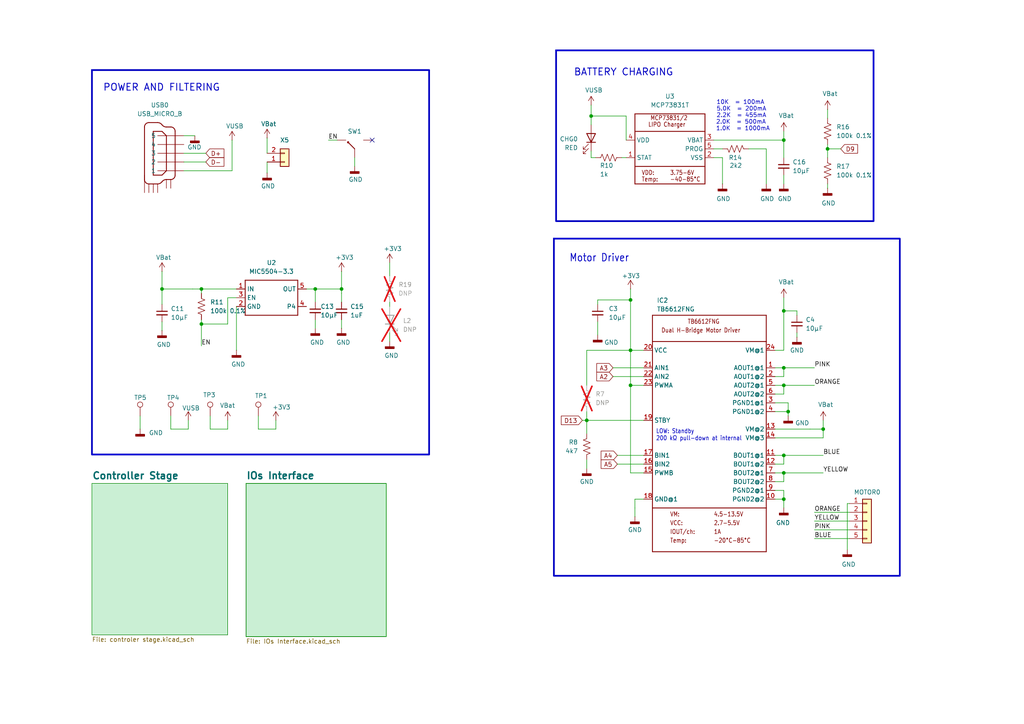
<source format=kicad_sch>
(kicad_sch (version 20250114) (generator "eeschema") (generator_version "9.0")
  (paper "A4")
  (title_block (title "FED3 Control Board") (rev "7.4") (company "Kravitz Lab") (comment 1 "Open Ephys, Inc."))
  (lib_symbols
    (symbol "Connector:TestPoint" (pin_numbers (hide yes)) (pin_names (offset 0.762) (hide yes))
      (property "Reference" "TP" (at 0 6.858 0))
      (property "Value" "TestPoint" (at 0 5.08 0))
      (symbol "TestPoint_0_1"
        (circle (center 0 3.302) (radius 0.762))
      )
      (symbol "TestPoint_1_1"
        (pin passive line (at 0 0 90) (length 2.54) (name "1") (number "1"))
      )
    )
    (symbol "Connector_Generic:Conn_01x02" (pin_names (offset 1.016) (hide yes))
      (property "Reference" "J" (at 0 2.54 0))
      (property "Value" "Conn_01x02" (at 0 -5.08 0))
      (symbol "Conn_01x02_1_1"
        (rectangle (start -1.27 1.27) (end 1.27 -3.81) (stroke (width 0.254)) (fill (type background)))
        (rectangle (start -1.27 0.127) (end 0 -0.127) (stroke (width 0.1524)))
        (rectangle (start -1.27 -2.413) (end 0 -2.667) (stroke (width 0.1524)))
        (pin passive line (at -5.08 0 0) (length 3.81) (name "Pin_1") (number "1"))
        (pin passive line (at -5.08 -2.54 0) (length 3.81) (name "Pin_2") (number "2"))
      )
    )
    (symbol "Connector_Generic:Conn_01x05" (pin_names (offset 1.016) (hide yes))
      (property "Reference" "J" (at 0 7.62 0))
      (property "Value" "Conn_01x05" (at 0 -7.62 0))
      (symbol "Conn_01x05_1_1"
        (rectangle (start -1.27 6.35) (end 1.27 -6.35) (stroke (width 0.254)) (fill (type background)))
        (rectangle (start -1.27 5.207) (end 0 4.953) (stroke (width 0.1524)))
        (rectangle (start -1.27 2.667) (end 0 2.413) (stroke (width 0.1524)))
        (rectangle (start -1.27 0.127) (end 0 -0.127) (stroke (width 0.1524)))
        (rectangle (start -1.27 -2.413) (end 0 -2.667) (stroke (width 0.1524)))
        (rectangle (start -1.27 -4.953) (end 0 -5.207) (stroke (width 0.1524)))
        (pin passive line (at -5.08 5.08 0) (length 3.81) (name "Pin_1") (number "1"))
        (pin passive line (at -5.08 2.54 0) (length 3.81) (name "Pin_2") (number "2"))
        (pin passive line (at -5.08 0 0) (length 3.81) (name "Pin_3") (number "3"))
        (pin passive line (at -5.08 -2.54 0) (length 3.81) (name "Pin_4") (number "4"))
        (pin passive line (at -5.08 -5.08 0) (length 3.81) (name "Pin_5") (number "5"))
      )
    )
    (symbol "Device:C_Small" (pin_numbers (hide yes)) (pin_names (offset 0.254) (hide yes))
      (property "Reference" "C" (at 0.254 1.778 0))
      (property "Value" "C_Small" (at 0.254 -2.032 0))
      (symbol "C_Small_0_1"
        (polyline (pts (xy -1.524 0.508) (xy 1.524 0.508)) (stroke (width 0.3048)))
        (polyline (pts (xy -1.524 -0.508) (xy 1.524 -0.508)) (stroke (width 0.3302)))
      )
      (symbol "C_Small_1_1"
        (pin passive line (at 0 2.54 270) (length 2.032) (name "~") (number "1"))
        (pin passive line (at 0 -2.54 90) (length 2.032) (name "~") (number "2"))
      )
    )
    (symbol "Device:LED" (pin_numbers (hide yes)) (pin_names (offset 1.016) (hide yes))
      (property "Reference" "D" (at 0 2.54 0))
      (property "Value" "LED" (at 0 -2.54 0))
      (symbol "LED_0_1"
        (polyline (pts (xy -3.048 -0.762) (xy -4.572 -2.286) (xy -3.81 -2.286) (xy -4.572 -2.286) (xy -4.572 -1.524)))
        (polyline (pts (xy -1.778 -0.762) (xy -3.302 -2.286) (xy -2.54 -2.286) (xy -3.302 -2.286) (xy -3.302 -1.524)))
        (polyline (pts (xy -1.27 0) (xy 1.27 0)))
        (polyline (pts (xy -1.27 -1.27) (xy -1.27 1.27)) (stroke (width 0.254)))
        (polyline (pts (xy 1.27 -1.27) (xy 1.27 1.27) (xy -1.27 0) (xy 1.27 -1.27)) (stroke (width 0.254)))
      )
      (symbol "LED_1_1"
        (pin passive line (at -3.81 0 0) (length 2.54) (name "K") (number "1"))
        (pin passive line (at 3.81 0 180) (length 2.54) (name "A") (number "2"))
      )
    )
    (symbol "Device:R_US" (pin_numbers (hide yes)) (pin_names (offset 0))
      (property "Reference" "R" (at 2.54 0 90))
      (property "Value" "R_US" (at -2.54 0 90))
      (symbol "R_US_0_1"
        (polyline (pts (xy 0 2.286) (xy 0 2.54)))
        (polyline (pts (xy 0 2.286) (xy 1.016 1.905) (xy 0 1.524) (xy -1.016 1.143) (xy 0 0.762)))
        (polyline (pts (xy 0 0.762) (xy 1.016 0.381) (xy 0 0) (xy -1.016 -0.381) (xy 0 -0.762)))
        (polyline (pts (xy 0 -0.762) (xy 1.016 -1.143) (xy 0 -1.524) (xy -1.016 -1.905) (xy 0 -2.286)))
        (polyline (pts (xy 0 -2.286) (xy 0 -2.54)))
      )
      (symbol "R_US_1_1"
        (pin passive line (at 0 3.81 270) (length 1.27) (name "~") (number "1"))
        (pin passive line (at 0 -3.81 90) (length 1.27) (name "~") (number "2"))
      )
    )
    (symbol "FED3 SymbLib:MCP73831/2"
      (property "Reference" "U" (at -10.16 11.43 0))
      (symbol "MCP73831/2_1_0"
        (polyline (pts (xy -10.16 10.16) (xy -10.16 5.08)) (stroke (width 0.254)))
        (polyline (pts (xy -10.16 10.16) (xy 10.16 10.16)) (stroke (width 0.254)))
        (polyline (pts (xy -10.16 5.08) (xy 10.16 5.08)) (stroke (width 0.254)))
        (polyline (pts (xy -10.16 -5.08) (xy -10.16 5.08)) (stroke (width 0.254)))
        (polyline (pts (xy -10.16 -5.08) (xy -10.16 -10.16)) (stroke (width 0.254)))
        (polyline (pts (xy 10.16 10.16) (xy 10.16 5.08)) (stroke (width 0.254)))
        (polyline (pts (xy 10.16 5.08) (xy 10.16 -5.08)) (stroke (width 0.254)))
        (polyline (pts (xy 10.16 -5.08) (xy -10.16 -5.08)) (stroke (width 0.254)))
        (polyline (pts (xy 10.16 -5.08) (xy 10.16 -10.16)) (stroke (width 0.254)))
        (polyline (pts (xy 10.16 -10.16) (xy -10.16 -10.16)) (stroke (width 0.254)))
        (text "VDD:" (at -8.255 -7.62 0) (effects (font (size 1.27 1.0795)) (justify left bottom)))
        (text "Temp:" (at -8.255 -9.525 0) (effects (font (size 1.27 1.0795)) (justify left bottom)))
        (text "LIPO Charger" (at -6.35 6.35 0) (effects (font (size 1.27 1.0795)) (justify left bottom)))
        (text "MCP73831/2" (at -5.715 8.255 0) (effects (font (size 1.27 1.0795)) (justify left bottom)))
        (text "3.75-6V" (at 0 -7.62 0) (effects (font (size 1.27 1.0795)) (justify left bottom)))
        (text "-40-85°C" (at 0 -9.525 0) (effects (font (size 1.27 1.0795)) (justify left bottom)))
        (pin power_in line (at -12.7 2.54 0) (length 2.54) (name "VDD") (number "4"))
        (pin output line (at -12.7 -2.54 0) (length 2.54) (name "STAT") (number "1"))
        (pin power_in line (at 12.7 2.54 180) (length 2.54) (name "VBAT") (number "3"))
        (pin input line (at 12.7 0 180) (length 2.54) (name "PROG") (number "5"))
        (pin power_in line (at 12.7 -2.54 180) (length 2.54) (name "VSS") (number "2"))
      )
    )
    (symbol "FED3 SymbLib:SSSS811101"
      (symbol "SSSS811101_1_0"
        (circle (center -1.905 -0.635) (radius 0.0567) (stroke (width 0.254)))
        (polyline (pts (xy 0 -2.54) (xy -1.905 -0.635)) (stroke (width 0.254)))
        (pin bidirectional line (at -5.08 0 0) (length 2.54) (name "1") (number "1"))
        (pin bidirectional line (at -5.08 -3.81 90) (length 2.54) (hide yes) (name "SHIELD@1") (number "SHIELD@1"))
        (pin bidirectional line (at -3.81 -3.81 90) (length 2.54) (hide yes) (name "SHIELD@2") (number "SHIELD@2"))
        (pin bidirectional line (at -2.54 -3.81 90) (length 2.54) (hide yes) (name "SHIELD@3") (number "SHIELD@3"))
        (pin bidirectional line (at -1.27 -3.81 90) (length 2.54) (hide yes) (name "SHIELD@4") (number "SHIELD@4"))
        (pin bidirectional line (at 0 -5.08 90) (length 2.54) (name "2") (number "2"))
        (pin bidirectional line (at 5.08 0 180) (length 2.54) (name "3") (number "3"))
      )
    )
    (symbol "FED3 SymbLib:TB6612FNGSSOP"
      (property "Reference" "U" (at -15.24 35.56 0))
      (symbol "TB6612FNGSSOP_1_0"
        (polyline (pts (xy -15.24 33.02) (xy 17.78 33.02)) (stroke (width 0.254)))
        (polyline (pts (xy -15.24 25.4) (xy -15.24 33.02)) (stroke (width 0.254)))
        (polyline (pts (xy -15.24 25.4) (xy 17.78 25.4)) (stroke (width 0.254)))
        (polyline (pts (xy -15.24 -22.86) (xy -15.24 25.4)) (stroke (width 0.254)))
        (polyline (pts (xy -15.24 -22.86) (xy -15.24 -35.56)) (stroke (width 0.254)))
        (polyline (pts (xy -15.24 -35.56) (xy 17.78 -35.56)) (stroke (width 0.254)))
        (polyline (pts (xy 17.78 33.02) (xy 17.78 25.4)) (stroke (width 0.254)))
        (polyline (pts (xy 17.78 25.4) (xy 17.78 -22.86)) (stroke (width 0.254)))
        (polyline (pts (xy 17.78 -22.86) (xy -15.24 -22.86)) (stroke (width 0.254)))
        (polyline (pts (xy 17.78 -35.56) (xy 17.78 -22.86)) (stroke (width 0.254)))
        (text "Dual H-Bridge Motor Driver" (at -12.7 27.94 0) (effects (font (size 1.27 1.0795)) (justify left bottom)))
        (text "VM:" (at -10.16 -25.4 0) (effects (font (size 1.27 1.0795)) (justify left bottom)))
        (text "VCC:" (at -10.16 -27.94 0) (effects (font (size 1.27 1.0795)) (justify left bottom)))
        (text "IOUT/ch:" (at -10.16 -30.48 0) (effects (font (size 1.27 1.0795)) (justify left bottom)))
        (text "Temp:" (at -10.16 -33.02 0) (effects (font (size 1.27 1.0795)) (justify left bottom)))
        (text "TB6612FNG" (at -5.08 30.48 0) (effects (font (size 1.27 1.0795)) (justify left bottom)))
        (text "4.5-13.5V" (at 2.54 -25.4 0) (effects (font (size 1.27 1.0795)) (justify left bottom)))
        (text "2.7-5.5V" (at 2.54 -27.94 0) (effects (font (size 1.27 1.0795)) (justify left bottom)))
        (text "1A" (at 2.54 -30.48 0) (effects (font (size 1.27 1.0795)) (justify left bottom)))
        (text "-20°C-85°C" (at 2.54 -33.02 0) (effects (font (size 1.27 1.0795)) (justify left bottom)))
        (pin power_in line (at -17.78 22.86 0) (length 2.54) (name "VCC") (number "20"))
        (pin input line (at -17.78 17.78 0) (length 2.54) (name "AIN1") (number "21"))
        (pin input line (at -17.78 15.24 0) (length 2.54) (name "AIN2") (number "22"))
        (pin input line (at -17.78 12.7 0) (length 2.54) (name "PWMA") (number "23"))
        (pin input line (at -17.78 2.54 0) (length 2.54) (name "STBY") (number "19"))
        (pin input line (at -17.78 -7.62 0) (length 2.54) (name "BIN1") (number "17"))
        (pin input line (at -17.78 -10.16 0) (length 2.54) (name "BIN2") (number "16"))
        (pin input line (at -17.78 -12.7 0) (length 2.54) (name "PWMB") (number "15"))
        (pin power_in line (at -17.78 -20.32 0) (length 2.54) (name "GND@1") (number "18"))
        (pin power_in line (at 20.32 22.86 180) (length 2.54) (name "VM@1") (number "24"))
        (pin output line (at 20.32 17.78 180) (length 2.54) (name "AOUT1@1") (number "1"))
        (pin output line (at 20.32 15.24 180) (length 2.54) (name "AOUT1@2") (number "2"))
        (pin output line (at 20.32 12.7 180) (length 2.54) (name "AOUT2@1") (number "5"))
        (pin output line (at 20.32 10.16 180) (length 2.54) (name "AOUT2@2") (number "6"))
        (pin power_in line (at 20.32 7.62 180) (length 2.54) (name "PGND1@1") (number "3"))
        (pin power_in line (at 20.32 5.08 180) (length 2.54) (name "PGND1@2") (number "4"))
        (pin power_in line (at 20.32 0 180) (length 2.54) (name "VM@2") (number "13"))
        (pin power_in line (at 20.32 -2.54 180) (length 2.54) (name "VM@3") (number "14"))
        (pin output line (at 20.32 -7.62 180) (length 2.54) (name "BOUT1@1") (number "11"))
        (pin output line (at 20.32 -10.16 180) (length 2.54) (name "BOUT1@2") (number "12"))
        (pin output line (at 20.32 -12.7 180) (length 2.54) (name "BOUT2@1") (number "7"))
        (pin output line (at 20.32 -15.24 180) (length 2.54) (name "BOUT2@2") (number "8"))
        (pin power_in line (at 20.32 -17.78 180) (length 2.54) (name "PGND2@1") (number "9"))
        (pin power_in line (at 20.32 -20.32 180) (length 2.54) (name "PGND2@2") (number "10"))
      )
    )
    (symbol "FED3 SymbLib:USB_MICRO_B"
      (symbol "USB_MICRO_B_1_0"
        (polyline (pts (xy -6.35 7.62) (xy -6.35 -7.62)) (stroke (width 0.254)))
        (polyline (pts (xy -5.08 8.89) (xy -2.54 8.89)) (stroke (width 0.254)))
        (polyline (pts (xy -5.08 -8.89) (xy -2.54 -8.89)) (stroke (width 0.254)))
        (arc (start -6.35 7.62) (mid -5.978 8.518) (end -5.08 8.89) (stroke (width 0.254)))
        (arc (start -5.08 -8.89) (mid -5.978 -8.518) (end -6.35 -7.62) (stroke (width 0.254)))
        (polyline (pts (xy -3.81 6.35) (xy -1.27 6.35)) (stroke (width 0.254)))
        (polyline (pts (xy -3.81 -6.35) (xy -3.81 6.35)) (stroke (width 0.254)))
        (arc (start -2.54 8.89) (mid -1.83 8.7224) (end -1.2699 8.255) (stroke (width 0.254)))
        (arc (start -1.2699 -8.255) (mid -1.83 -8.7224) (end -2.54 -8.89) (stroke (width 0.254)))
        (polyline (pts (xy -1.27 6.35) (xy 0 5.08)) (stroke (width 0.254)))
        (polyline (pts (xy -1.27 -6.35) (xy -3.81 -6.35)) (stroke (width 0.254)))
        (arc (start 0 7.62) (mid -0.71 7.7876) (end -1.27 8.255) (stroke (width 0.254)))
        (arc (start -1.27 -8.255) (mid -0.71 -7.7876) (end 0 -7.62) (stroke (width 0.254)))
        (polyline (pts (xy 0 7.62) (xy 1.27 7.62)) (stroke (width 0.254)))
        (polyline (pts (xy 0 5.08) (xy 0 -5.08)) (stroke (width 0.254)))
        (polyline (pts (xy 0 -5.08) (xy -1.27 -6.35)) (stroke (width 0.254)))
        (polyline (pts (xy 0 -7.62) (xy 1.27 -7.62)) (stroke (width 0.254)))
        (arc (start 1.27 7.62) (mid 2.168 7.248) (end 2.54 6.35) (stroke (width 0.254)))
        (arc (start 2.54 -6.35) (mid 2.168 -7.248) (end 1.27 -7.62) (stroke (width 0.254)))
        (polyline (pts (xy 2.54 -6.35) (xy 2.54 6.35)) (stroke (width 0.254)))
        (pin bidirectional line (at -6.35 -11.43 90) (length 5.08) (name "P$4") (number "SHIELD_4"))
        (pin bidirectional line (at -5.08 -11.43 90) (length 2.54) (name "P$3") (number "SHIELD_2"))
        (pin bidirectional line (at -3.81 -11.43 90) (length 2.54) (name "P$2") (number "SHIELD_1"))
        (pin bidirectional line (at -2.54 -11.43 90) (length 2.54) (name "P$1") (number "SHIELD_3"))
        (pin bidirectional line (at 0 -10.16 90) (length 2.54) (name "P$6") (number "P$7"))
        (pin bidirectional line (at 1.27 -10.16 90) (length 2.54) (name "P$5") (number "P$6"))
        (pin bidirectional line (at 5.08 5.08 180) (length 7.62) (name "5") (number "P$5"))
        (pin bidirectional line (at 5.08 2.54 180) (length 7.62) (name "4") (number "P$4"))
        (pin bidirectional line (at 5.08 0 180) (length 7.62) (name "3") (number "P$3"))
        (pin bidirectional line (at 5.08 -2.54 180) (length 7.62) (name "2") (number "P$2"))
        (pin bidirectional line (at 5.08 -5.08 180) (length 7.62) (name "1") (number "P$1"))
      )
    )
    (symbol "FED3 SymbLib:VREG_SOT23-5"
      (property "Reference" "U" (at -7.62 6.096 0))
      (symbol "VREG_SOT23-5_1_0"
        (polyline (pts (xy -7.62 5.08) (xy 7.62 5.08)) (stroke (width 0.254)))
        (polyline (pts (xy -7.62 -5.08) (xy -7.62 5.08)) (stroke (width 0.254)))
        (polyline (pts (xy 7.62 5.08) (xy 7.62 -5.08)) (stroke (width 0.254)))
        (polyline (pts (xy 7.62 -5.08) (xy -7.62 -5.08)) (stroke (width 0.254)))
        (pin power_in line (at -10.16 2.54 0) (length 2.54) (name "IN") (number "1"))
        (pin input line (at -10.16 0 0) (length 2.54) (name "EN") (number "3"))
        (pin power_in line (at -10.16 -2.54 0) (length 2.54) (name "GND") (number "2"))
        (pin power_in line (at 10.16 2.54 180) (length 2.54) (name "OUT") (number "5"))
        (pin bidirectional line (at 10.16 -2.54 180) (length 2.54) (name "P4") (number "4"))
      )
    )
    (symbol "FED3 SymbLib:VUSB" (power) (pin_numbers (hide yes)) (pin_names (offset 0) (hide yes))
      (property "Value" "VUSB" (at 0 3.556 0))
      (symbol "VUSB_0_1"
        (polyline (pts (xy -0.762 1.27) (xy 0 2.54)))
        (polyline (pts (xy 0 2.54) (xy 0.762 1.27)))
        (polyline (pts (xy 0 0) (xy 0 2.54)))
      )
      (symbol "VUSB_1_1"
        (pin power_in line (at 0 0 90) (length 0) (name "~") (number "1"))
      )
    )
    (symbol "FED3 SymbLib:V_Batt" (power) (pin_numbers (hide yes)) (pin_names (offset 0) (hide yes))
      (property "Value" "V_Batt" (at 0 3.556 0))
      (symbol "V_Batt_0_1"
        (polyline (pts (xy -0.762 1.27) (xy 0 2.54)))
        (polyline (pts (xy 0 2.54) (xy 0.762 1.27)))
        (polyline (pts (xy 0 0) (xy 0 2.54)))
      )
      (symbol "V_Batt_1_1"
        (pin power_in line (at 0 0 90) (length 0) (name "~") (number "1"))
      )
    )
    (symbol "FED3_v7.3 SymLib:VUSB" (power) (pin_numbers (hide yes)) (pin_names (offset 0) (hide yes))
      (property "Value" "VUSB" (at 0 3.556 0))
      (symbol "VUSB_0_1"
        (polyline (pts (xy -0.762 1.27) (xy 0 2.54)))
        (polyline (pts (xy 0 2.54) (xy 0.762 1.27)))
        (polyline (pts (xy 0 0) (xy 0 2.54)))
      )
      (symbol "VUSB_1_1"
        (pin power_in line (at 0 0 90) (length 0) (name "~") (number "1"))
      )
    )
    (symbol "power:+3V3" (power) (pin_numbers (hide yes)) (pin_names (offset 0) (hide yes))
      (property "Value" "+3V3" (at 0 3.556 0))
      (symbol "+3V3_0_1"
        (polyline (pts (xy -0.762 1.27) (xy 0 2.54)))
        (polyline (pts (xy 0 2.54) (xy 0.762 1.27)))
        (polyline (pts (xy 0 0) (xy 0 2.54)))
      )
      (symbol "+3V3_1_1"
        (pin power_in line (at 0 0 90) (length 0) (name "~") (number "1"))
      )
    )
    (symbol "power:GNDD" (power) (pin_numbers (hide yes)) (pin_names (offset 0) (hide yes))
      (property "Value" "GNDD" (at 0 -3.175 0))
      (symbol "GNDD_0_1"
        (rectangle (start -1.27 -1.524) (end 1.27 -2.032) (stroke (width 0.254)) (fill (type outline)))
        (polyline (pts (xy 0 0) (xy 0 -1.524)))
      )
      (symbol "GNDD_1_1"
        (pin power_in line (at 0 0 270) (length 0) (name "~") (number "1"))
      )
    )
  )
  (rectangle (start 161.29 14.605) (end 253.365 64.135) (stroke (width 0.5)))
  (rectangle (start 160.655 69.215) (end 260.985 167.005) (stroke (width 0.5)))
  (rectangle (start 26.67 20.32) (end 124.46 131.826) (stroke (width 0.5)))
  (text "Motor Driver" (at 165.1 76.2 0) (effects (font (size 2.1844 1.8567) (thickness 0.2321)) (justify left bottom)))
  (text "POWER AND FILTERING" (at 29.845 26.67 0) (effects (font (size 2 2) (thickness 0.25)) (justify left bottom)))
  (text "5.0K  = 200mA" (at 207.772 32.385 0) (effects (font (size 1.2 1.2)) (justify left bottom)))
  (text "BATTERY CHARGING" (at 166.37 22.225 0) (effects (font (size 2 2) (thickness 0.25)) (justify left bottom)))
  (text "2.0K  = 500mA" (at 207.645 36.195 0) (effects (font (size 1.2 1.2)) (justify left bottom)))
  (text "2.2K  = 455mA" (at 207.772 34.29 0) (effects (font (size 1.2 1.2)) (justify left bottom)))
  (text "1.0K  = 1000mA" (at 207.645 38.1 0) (effects (font (size 1.2 1.2)) (justify left bottom)))
  (text "10K  = 100mA" (at 207.772 30.48 0) (effects (font (size 1.2 1.2)) (justify left bottom)))
  (text "LOW: Standby\n200 kΩ pull-down at internal" (at 190.246 128.016 0) (effects (font (size 1.27 1.0795)) (justify left bottom)))
  (junction (at 227.33 137.16))
  (junction (at 58.42 93.98))
  (junction (at 240.03 43.18))
  (junction (at 170.18 121.92))
  (junction (at 227.33 40.64))
  (junction (at 228.6 119.38))
  (junction (at 182.88 111.76))
  (junction (at 227.33 106.68))
  (junction (at 227.33 111.76))
  (junction (at 99.06 83.82))
  (junction (at 46.99 83.82))
  (junction (at 91.44 83.82))
  (junction (at 58.42 83.82))
  (junction (at 238.76 124.46))
  (junction (at 182.88 86.995))
  (junction (at 182.88 101.6))
  (junction (at 227.33 132.08))
  (junction (at 227.33 144.78))
  (junction (at 227.33 90.17))
  (junction (at 171.45 33.655))
  (no_connect (at 107.95 40.64))
  (wire (pts (xy 224.79 124.46) (xy 234.95 124.46)) (stroke (width 0.1524)))
  (wire (pts (xy 228.6 116.84) (xy 228.6 119.38)) (stroke (width 0.1524)))
  (wire (pts (xy 171.45 33.655) (xy 181.61 33.655)) (stroke (width 0.1524)))
  (wire (pts (xy 224.79 114.3) (xy 227.33 114.3)) (stroke (width 0.1524)))
  (wire (pts (xy 77.47 50.165) (xy 77.47 46.99)) (stroke (width 0.1524)))
  (wire (pts (xy 58.42 83.82) (xy 68.58 83.82)) (stroke (width 0.1524)))
  (wire (pts (xy 224.79 127) (xy 238.76 127)) (stroke (width 0.1524)))
  (wire (pts (xy 60.96 120.65) (xy 60.96 124.46)))
  (wire (pts (xy 60.96 124.46) (xy 66.04 124.46)))
  (wire (pts (xy 184.15 147.32) (xy 184.15 149.86)))
  (wire (pts (xy 182.88 86.995) (xy 182.88 83.82)) (stroke (width 0.1524)))
  (wire (pts (xy 80.01 124.46) (xy 80.01 121.92)))
  (wire (pts (xy 97.79 40.64) (xy 95.25 40.64)) (stroke (width 0.1524)))
  (wire (pts (xy 102.87 45.72) (xy 102.87 48.26)) (stroke (width 0.1524)))
  (wire (pts (xy 224.79 109.22) (xy 227.33 109.22)) (stroke (width 0.1524)))
  (wire (pts (xy 46.99 93.345) (xy 46.99 95.885)) (stroke (width 0.1524)))
  (wire (pts (xy 227.33 40.64) (xy 227.33 45.72)) (stroke (width 0.1524)))
  (wire (pts (xy 171.45 36.195) (xy 171.45 33.655)) (stroke (width 0.1524)))
  (wire (pts (xy 231.14 91.44) (xy 231.14 90.17)) (stroke (width 0.1524)))
  (wire (pts (xy 246.38 153.67) (xy 236.22 153.67)) (stroke (width 0.1524)))
  (wire (pts (xy 91.44 83.82) (xy 99.06 83.82)) (stroke (width 0.1524)))
  (wire (pts (xy 58.42 85.09) (xy 58.42 83.82)))
  (wire (pts (xy 227.33 106.68) (xy 236.22 106.68)) (stroke (width 0.1524)))
  (wire (pts (xy 209.55 45.72) (xy 209.55 53.34)) (stroke (width 0.1524)))
  (wire (pts (xy 227.33 132.08) (xy 238.76 132.08)) (stroke (width 0.1524)))
  (wire (pts (xy 227.33 139.7) (xy 227.33 137.16)) (stroke (width 0.1524)))
  (wire (pts (xy 91.44 92.71) (xy 91.44 95.25)) (stroke (width 0.1524)))
  (wire (pts (xy 227.33 38.1) (xy 227.33 40.64)))
  (wire (pts (xy 186.69 132.08) (xy 179.07 132.08)) (stroke (width 0.1524)))
  (wire (pts (xy 182.88 111.76) (xy 182.88 137.16)) (stroke (width 0.1524)))
  (wire (pts (xy 55.88 83.82) (xy 58.42 83.82)))
  (wire (pts (xy 170.18 133.35) (xy 170.18 135.89)) (stroke (width 0.1524)))
  (wire (pts (xy 238.76 121.92) (xy 238.76 124.46)))
  (wire (pts (xy 40.64 120.65) (xy 40.64 124.46)))
  (wire (pts (xy 207.01 45.72) (xy 209.55 45.72)) (stroke (width 0.1524)))
  (wire (pts (xy 227.33 90.17) (xy 227.33 101.6)) (stroke (width 0.1524)))
  (wire (pts (xy 59.69 44.45) (xy 53.34 44.45)))
  (wire (pts (xy 91.44 85.09) (xy 91.44 83.82)) (stroke (width 0.1524)))
  (wire (pts (xy 227.33 144.78) (xy 227.33 147.32)) (stroke (width 0.1524)))
  (wire (pts (xy 240.03 53.34) (xy 240.03 54.61)))
  (wire (pts (xy 99.06 83.82) (xy 99.06 85.09)) (stroke (width 0.1524)))
  (wire (pts (xy 238.76 124.46) (xy 238.76 127)))
  (wire (pts (xy 168.91 121.92) (xy 170.18 121.92)) (stroke (width 0.1524)))
  (wire (pts (xy 186.69 111.76) (xy 182.88 111.76)) (stroke (width 0.1524)))
  (wire (pts (xy 227.33 90.17) (xy 231.14 90.17)) (stroke (width 0.1524)))
  (wire (pts (xy 173.355 88.265) (xy 173.355 86.995)) (stroke (width 0.1524)))
  (wire (pts (xy 224.79 106.68) (xy 227.33 106.68)) (stroke (width 0.1524)))
  (wire (pts (xy 171.45 43.815) (xy 171.45 45.72)) (stroke (width 0.1524)))
  (wire (pts (xy 99.06 85.09) (xy 99.06 87.63)))
  (wire (pts (xy 222.25 43.18) (xy 222.25 53.34)))
  (wire (pts (xy 173.355 86.995) (xy 182.88 86.995)) (stroke (width 0.1524)))
  (wire (pts (xy 74.93 120.65) (xy 74.93 124.46)))
  (wire (pts (xy 246.38 156.21) (xy 236.22 156.21)) (stroke (width 0.1524)))
  (wire (pts (xy 224.79 119.38) (xy 228.6 119.38)) (stroke (width 0.1524)))
  (wire (pts (xy 228.6 119.38) (xy 228.6 120.65)) (stroke (width 0.1524)))
  (wire (pts (xy 99.06 92.71) (xy 99.06 95.25)) (stroke (width 0.1524)))
  (wire (pts (xy 170.18 119.38) (xy 170.18 121.92)) (stroke (width 0.1524)))
  (wire (pts (xy 113.03 76.2) (xy 113.03 80.01)) (stroke (width 0.1524)))
  (wire (pts (xy 227.33 40.64) (xy 207.01 40.64)) (stroke (width 0.1524)))
  (wire (pts (xy 243.84 43.18) (xy 240.03 43.18)))
  (wire (pts (xy 246.38 151.13) (xy 236.22 151.13)) (stroke (width 0.1524)))
  (wire (pts (xy 224.79 137.16) (xy 227.33 137.16)) (stroke (width 0.1524)))
  (wire (pts (xy 227.33 111.76) (xy 227.33 114.3)) (stroke (width 0.1524)))
  (wire (pts (xy 246.38 146.05) (xy 245.745 146.05)) (stroke (width 0.1524)))
  (wire (pts (xy 91.44 85.09) (xy 91.44 87.63)))
  (wire (pts (xy 177.8 109.22) (xy 186.69 109.22)) (stroke (width 0.1524)))
  (wire (pts (xy 186.69 134.62) (xy 179.07 134.62)) (stroke (width 0.1524)))
  (wire (pts (xy 74.93 124.46) (xy 80.01 124.46)))
  (wire (pts (xy 67.31 40.64) (xy 67.31 49.53)) (stroke (width 0.1524)))
  (wire (pts (xy 227.33 86.36) (xy 227.33 90.17)) (stroke (width 0.1524)))
  (wire (pts (xy 66.04 124.46) (xy 66.04 121.92)))
  (wire (pts (xy 170.18 101.6) (xy 182.88 101.6)) (stroke (width 0.1524)))
  (wire (pts (xy 224.79 139.7) (xy 227.33 139.7)) (stroke (width 0.1524)))
  (wire (pts (xy 224.79 142.24) (xy 227.33 142.24)) (stroke (width 0.1524)))
  (wire (pts (xy 58.42 92.71) (xy 58.42 93.98)) (stroke (width 0.1524)))
  (wire (pts (xy 180.34 45.72) (xy 181.61 45.72)) (stroke (width 0.1524)))
  (wire (pts (xy 224.79 144.78) (xy 227.33 144.78)) (stroke (width 0.1524)))
  (wire (pts (xy 231.14 96.52) (xy 231.14 97.79)))
  (wire (pts (xy 59.69 46.99) (xy 53.34 46.99)))
  (wire (pts (xy 238.76 124.46) (xy 234.95 124.46)))
  (wire (pts (xy 227.33 142.24) (xy 227.33 144.78)) (stroke (width 0.1524)))
  (wire (pts (xy 99.06 83.82) (xy 99.06 78.74)) (stroke (width 0.1524)))
  (wire (pts (xy 171.45 30.48) (xy 171.45 33.655)) (stroke (width 0.1524)))
  (wire (pts (xy 227.33 111.76) (xy 236.22 111.76)) (stroke (width 0.1524)))
  (wire (pts (xy 77.47 40.005) (xy 77.47 44.45)) (stroke (width 0.1524)))
  (wire (pts (xy 170.18 121.92) (xy 170.18 125.73)) (stroke (width 0.1524)))
  (wire (pts (xy 224.79 132.08) (xy 227.33 132.08)) (stroke (width 0.1524)))
  (wire (pts (xy 66.04 93.98) (xy 66.04 86.36)) (stroke (width 0.1524)))
  (wire (pts (xy 186.69 101.6) (xy 182.88 101.6)) (stroke (width 0.1524)))
  (wire (pts (xy 68.58 88.9) (xy 68.58 101.6)) (stroke (width 0.1524)))
  (wire (pts (xy 227.33 101.6) (xy 224.79 101.6)))
  (wire (pts (xy 170.18 121.92) (xy 186.69 121.92)) (stroke (width 0.1524)))
  (wire (pts (xy 224.79 134.62) (xy 227.33 134.62)) (stroke (width 0.1524)))
  (wire (pts (xy 228.6 116.84) (xy 224.79 116.84)) (stroke (width 0.1524)))
  (wire (pts (xy 224.79 111.76) (xy 227.33 111.76)) (stroke (width 0.1524)))
  (wire (pts (xy 182.88 101.6) (xy 182.88 111.76)) (stroke (width 0.1524)))
  (wire (pts (xy 58.42 93.98) (xy 66.04 93.98)) (stroke (width 0.1524)))
  (wire (pts (xy 54.61 124.46) (xy 54.61 121.92)))
  (wire (pts (xy 227.33 106.68) (xy 227.33 109.22)) (stroke (width 0.1524)))
  (wire (pts (xy 182.88 101.6) (xy 182.88 86.995)) (stroke (width 0.1524)))
  (wire (pts (xy 173.355 93.345) (xy 173.355 97.155)) (stroke (width 0.1524)))
  (wire (pts (xy 49.53 120.65) (xy 49.53 124.46)))
  (wire (pts (xy 46.99 83.82) (xy 46.99 88.265)) (stroke (width 0.1524)))
  (wire (pts (xy 246.38 148.59) (xy 236.22 148.59)) (stroke (width 0.1524)))
  (wire (pts (xy 177.8 106.68) (xy 186.69 106.68)) (stroke (width 0.1524)))
  (wire (pts (xy 227.33 134.62) (xy 227.33 132.08)) (stroke (width 0.1524)))
  (wire (pts (xy 240.03 43.18) (xy 240.03 41.91)))
  (wire (pts (xy 240.03 31.75) (xy 240.03 34.29)))
  (wire (pts (xy 66.04 86.36) (xy 68.58 86.36)) (stroke (width 0.1524)))
  (wire (pts (xy 46.99 78.74) (xy 46.99 83.82)) (stroke (width 0.1524)))
  (wire (pts (xy 67.31 49.53) (xy 53.34 49.53)) (stroke (width 0.1524)))
  (wire (pts (xy 171.45 45.72) (xy 172.72 45.72)) (stroke (width 0.1524)))
  (wire (pts (xy 222.25 43.18) (xy 217.17 43.18)))
  (wire (pts (xy 181.61 33.655) (xy 181.61 40.64)) (stroke (width 0.1524)))
  (wire (pts (xy 186.69 137.16) (xy 182.88 137.16)) (stroke (width 0.1524)))
  (wire (pts (xy 56.515 39.37) (xy 53.34 39.37)) (stroke (width 0.1524)))
  (wire (pts (xy 186.69 144.78) (xy 184.15 144.78)) (stroke (width 0.1524)))
  (wire (pts (xy 88.9 83.82) (xy 91.44 83.82)) (stroke (width 0.1524)))
  (wire (pts (xy 46.99 83.82) (xy 55.88 83.82)) (stroke (width 0.1524)))
  (wire (pts (xy 184.15 144.78) (xy 184.15 147.32)) (stroke (width 0.1524)))
  (wire (pts (xy 170.18 101.6) (xy 170.18 111.76)) (stroke (width 0.1524)))
  (wire (pts (xy 207.01 43.18) (xy 209.55 43.18)) (stroke (width 0.1524)))
  (wire (pts (xy 227.33 137.16) (xy 238.76 137.16)) (stroke (width 0.1524)))
  (wire (pts (xy 240.03 43.18) (xy 240.03 45.72)))
  (wire (pts (xy 58.42 93.98) (xy 58.42 100.33)) (stroke (width 0.1524)))
  (wire (pts (xy 113.03 87.63) (xy 113.03 88.9)) (stroke (width 0.1524)))
  (wire (pts (xy 245.745 146.05) (xy 245.745 159.385)))
  (wire (pts (xy 227.33 50.8) (xy 227.33 53.34)))
  (wire (pts (xy 49.53 124.46) (xy 54.61 124.46)))
  (wire (pts (xy 113.03 96.52) (xy 113.03 99.06)) (stroke (width 0.1524)))
  (label "ORANGE" (at 236.22 111.76 0))
  (label "BLUE" (at 238.76 132.08 0))
  (label "EN" (at 95.25 40.64 0) (effects (font (thickness 0.1588))))
  (label "ORANGE" (at 236.22 148.59 0))
  (label "EN" (at 58.42 100.33 0) (effects (font (thickness 0.1588))))
  (label "YELLOW" (at 238.76 137.16 0))
  (label "YELLOW" (at 236.22 151.13 0))
  (label "BLUE" (at 236.22 156.21 0))
  (label "PINK" (at 236.22 106.68 0))
  (label "PINK" (at 236.22 153.67 0))
  (global_label "A4" (shape input) (at 179.07 132.08 180) (property "Intersheetrefs" "${INTERSHEET_REFS}" (effects (hide yes))))
  (global_label "A3" (shape input) (at 177.8 106.68 180) (property "Intersheetrefs" "${INTERSHEET_REFS}" (effects (hide yes))))
  (global_label "D+" (shape input) (at 59.69 44.45 0) (property "Intersheetrefs" "${INTERSHEET_REFS}" (effects (hide yes))))
  (global_label "A2" (shape input) (at 177.8 109.22 180) (property "Intersheetrefs" "${INTERSHEET_REFS}" (effects (hide yes))))
  (global_label "D13" (shape input) (at 168.91 121.92 180) (property "Intersheetrefs" "${INTERSHEET_REFS}" (effects (hide yes))))
  (global_label "D-" (shape input) (at 59.69 46.99 0) (property "Intersheetrefs" "${INTERSHEET_REFS}" (effects (hide yes))))
  (global_label "D9" (shape input) (at 243.84 43.18 0) (property "Intersheetrefs" "${INTERSHEET_REFS}" (effects (hide yes))))
  (global_label "A5" (shape input) (at 179.07 134.62 180) (property "Intersheetrefs" "${INTERSHEET_REFS}" (effects (hide yes))))
  (symbol (lib_id "FED3 SymbLib:USB_MICRO_B") (at 48.26 44.45 0) (unit 1)
    (property "Reference" "USB0" (at 46.355 30.48 0))
    (property "Value" "USB_MICRO_B" (at 46.355 33.02 0))
    (property "Footprint" "FED3_PCBLib:ZX62D-B-5P8" (effects (hide yes)))
    (property "Description" "USB 2.0 MICRO B R/A  DigiKey H125718CT-ND" (effects (hide yes)))
    (property "OEPSPN" "OEPS070117" (effects (hide yes)))
    (property "MPN" "ZX62D-B-5PA8(30)" (effects (hide yes)))
  )
  (symbol (lib_id "power:+3V3") (at 182.88 83.82 0) (mirror y) (unit 1)
    (property "Reference" "#+3V06" (effects (hide yes)))
    (property "Value" "+3V3" (at 180.34 80.01 0) (effects (justify right)))
  )
  (symbol (lib_id "Device:R_US") (at 58.42 88.9 0) (unit 1)
    (property "Reference" "R11" (at 60.96 87.6299 0) (effects (justify left)))
    (property "Value" "100k 0.1%" (at 60.96 90.1699 0) (effects (font (thickness 0.1588)) (justify left)))
    (property "Footprint" "Resistor_SMD:R_0402_1005Metric" (effects (hide yes)))
    (property "Description" "SMD 0402 100kΩ ±0.1% 0.063W" (effects (hide yes)))
    (property "OEPSPN" "OEPS020175" (effects (hide yes)))
    (property "MPN" "RG1005P-104-B-T5" (effects (hide yes)))
  )
  (symbol (lib_id "FED3 SymbLib:V_Batt") (at 227.33 38.1 0) (unit 1)
    (property "Reference" "#PWR059" (effects (hide yes)))
    (property "Value" "VBat" (at 225.806 33.528 0) (effects (justify left)))
    (property "Description" "Power symbol creates a global label with name \"V_Batt\"" (effects (hide yes)))
  )
  (symbol (lib_id "power:+3V3") (at 99.06 78.74 0) (mirror y) (unit 1)
    (property "Reference" "#+3V02" (effects (hide yes)))
    (property "Value" "+3V3" (at 97.282 74.676 0) (effects (justify right)))
  )
  (symbol (lib_id "FED3 SymbLib:V_Batt") (at 77.47 40.005 0) (unit 1)
    (property "Reference" "#PWR05" (effects (hide yes)))
    (property "Value" "VBat" (at 75.692 35.941 0) (effects (justify left)))
    (property "Description" "Power symbol creates a global label with name \"V_Batt\"" (effects (hide yes)))
  )
  (symbol (lib_id "Connector_Generic:Conn_01x02") (at 82.55 46.99 0) (mirror x) (unit 1)
    (property "Reference" "X5" (at 82.55 40.64 0))
    (property "Value" "JST-XH-02" (effects (hide yes)))
    (property "Footprint" "FED3_PCBLib:JST-XH-02-PACKAGE-ROUND-PAD" (effects (hide yes)))
    (property "Description" "Generic connector, single row, 01x02" (effects (hide yes)))
    (property "OEPSPN" "OEPS070028" (effects (hide yes)))
    (property "MPN" "B2B-XH-A(LF)(SN)" (effects (hide yes)))
  )
  (symbol (lib_id "power:GNDD") (at 40.64 124.46 0) (unit 1)
    (property "Reference" "#PWR067" (effects (hide yes)))
    (property "Value" "GND" (at 43.18 125.5394 0) (effects (justify left)))
    (property "Description" "Power symbol creates a global label with name \"GNDD\" , digital ground" (effects (hide yes)))
  )
  (symbol (lib_id "power:GNDD") (at 245.745 159.385 0) (mirror y) (unit 1)
    (property "Reference" "#PWR051" (effects (hide yes)))
    (property "Value" "GND" (at 244.094 163.703 0) (effects (justify right)))
    (property "Description" "Power symbol creates a global label with name \"GNDD\" , digital ground" (effects (hide yes)))
  )
  (symbol (lib_id "power:GNDD") (at 231.14 97.79 0) (mirror y) (unit 1)
    (property "Reference" "#PWR014" (effects (hide yes)))
    (property "Value" "GND" (at 229.108 101.6 0) (effects (justify right)))
    (property "Description" "Power symbol creates a global label with name \"GNDD\" , digital ground" (effects (hide yes)))
  )
  (symbol (lib_id "FED3 SymbLib:VUSB") (at 67.31 40.64 0) (unit 1)
    (property "Reference" "#PWR03" (effects (hide yes)))
    (property "Value" "VUSB" (at 65.532 36.576 0) (effects (justify left)))
    (property "Description" "Power symbol creates a global label with name \"VUSB\"" (effects (hide yes)))
  )
  (symbol (lib_id "Device:C_Small") (at 91.44 90.17 0) (unit 1)
    (property "Reference" "C13" (at 92.964 88.9 0) (effects (justify left)))
    (property "Value" "10µF" (at 92.964 91.44 0) (effects (justify left)))
    (property "Footprint" "Capacitor_SMD:C_0402_1005Metric" (effects (hide yes)))
    (property "Description" "Unpolarized capacitor, small symbol" (effects (hide yes)))
    (property "OEPSPN" "OEPS010038" (effects (hide yes)))
    (property "MPN" "CL05A106MP5NUNC" (effects (hide yes)))
  )
  (symbol (lib_id "FED3 SymbLib:VREG_SOT23-5") (at 78.74 86.36 0) (unit 1)
    (property "Reference" "U2" (at 78.74 76.2 0))
    (property "Value" "MIC5504-3.3" (at 78.74 78.74 0))
    (property "Footprint" "Package_TO_SOT_SMD:SOT-23-5" (effects (hide yes)))
    (property "Description" "LDO 3.3V 300mA" (effects (hide yes)))
    (property "OEPSPN" "OEPS080052" (effects (hide yes)))
    (property "MPN" "MIC5504-3.3YM5-TR" (effects (hide yes)))
  )
  (symbol (lib_id "power:GNDD") (at 170.18 135.89 0) (unit 1)
    (property "Reference" "#PWR019" (effects (hide yes)))
    (property "Value" "GND" (at 168.148 139.7 0) (effects (justify left)))
    (property "Description" "Power symbol creates a global label with name \"GNDD\" , digital ground" (effects (hide yes)))
  )
  (symbol (lib_id "Device:C_Small") (at 99.06 90.17 0) (unit 1)
    (property "Reference" "C15" (at 101.6 88.9062 0) (effects (justify left)))
    (property "Value" "1uF" (at 101.6 91.4462 0) (effects (justify left)))
    (property "Footprint" "Capacitor_SMD:C_0402_1005Metric" (effects (hide yes)))
    (property "Description" "SMD CER 0402 1uF 25V ±10% X5R" (effects (hide yes)))
    (property "OEPSPN" "OEPS010030" (effects (hide yes)))
    (property "MPN" "C1005X5R1E105K050BC" (effects (hide yes)))
  )
  (symbol (lib_id "Device:R_US") (at 213.36 43.18 270) (mirror x) (unit 1)
    (property "Reference" "R14" (at 211.328 45.72 90) (effects (justify left)))
    (property "Value" "2k2" (at 211.582 48.006 90) (effects (justify left)))
    (property "Footprint" "Resistor_SMD:R_0402_1005Metric" (effects (hide yes)))
    (property "Description" "SMD 0402 2.2kΩ ±1% 0.100W" (effects (hide yes)))
    (property "OEPSPN" "OEPS020174" (effects (hide yes)))
    (property "MPN" "ERJ-2RKF2201X" (effects (hide yes)))
  )
  (symbol (lib_id "Device:LED") (at 113.03 92.71 90) (unit 1) (dnp yes)
    (property "Reference" "L2" (at 116.84 93.0274 90) (effects (justify right)))
    (property "Value" "DNP" (at 116.84 95.5674 90) (effects (justify right)))
    (property "Footprint" "LED_SMD:LED_0603_1608Metric" (effects (hide yes)))
    (property "Datasheet" "LED 0603 Red 635nm 20mA" (effects (hide yes)))
    (property "Description" "Light emitting diode" (effects (hide yes)))
    (property "OEPSPN" "n.a." (effects (hide yes)))
    (property "MPN" "n.a." (effects (hide yes)))
  )
  (symbol (lib_id "power:GNDD") (at 68.58 101.6 0) (unit 1)
    (property "Reference" "#PWR0103" (effects (hide yes)))
    (property "Value" "GND" (at 67.056 105.664 0) (effects (justify left)))
    (property "Description" "Power symbol creates a global label with name \"GNDD\" , digital ground" (effects (hide yes)))
  )
  (symbol (lib_id "FED3 SymbLib:VUSB") (at 171.45 30.48 0) (unit 1)
    (property "Reference" "#PWR02" (effects (hide yes)))
    (property "Value" "VUSB" (at 169.672 26.162 0) (effects (justify left)))
    (property "Description" "Power symbol creates a global label with name \"VUSB\"" (effects (hide yes)))
  )
  (symbol (lib_id "power:GNDD") (at 56.515 39.37 0) (unit 1)
    (property "Reference" "#PWR0104" (effects (hide yes)))
    (property "Value" "GND" (at 54.356 42.672 0) (effects (justify left)))
    (property "Description" "Power symbol creates a global label with name \"GNDD\" , digital ground" (effects (hide yes)))
  )
  (symbol (lib_id "power:GNDD") (at 222.25 53.34 0) (unit 1)
    (property "Reference" "#PWR023" (effects (hide yes)))
    (property "Value" "GND" (at 220.472 57.658 0) (effects (justify left)))
    (property "Description" "Power symbol creates a global label with name \"GNDD\" , digital ground" (effects (hide yes)))
  )
  (symbol (lib_id "Connector:TestPoint") (at 40.64 120.65 0) (unit 1) (in_bom no)
    (property "Reference" "TP5" (at 38.862 115.316 0) (effects (justify left)))
    (property "Value" "GND" (effects (hide yes)))
    (property "Footprint" "TestPoint:TestPoint_THTPad_2.0x2.0mm_Drill1.0mm" (effects (hide yes)))
    (property "Description" "test point" (effects (hide yes)))
  )
  (symbol (lib_id "FED3 SymbLib:V_Batt") (at 66.04 121.92 0) (unit 1)
    (property "Reference" "#PWR065" (effects (hide yes)))
    (property "Value" "VBat" (at 63.754 117.602 0) (effects (justify left)))
    (property "Description" "Power symbol creates a global label with name \"V_Batt\"" (effects (hide yes)))
  )
  (symbol (lib_id "Device:R_US") (at 170.18 129.54 0) (mirror x) (unit 1)
    (property "Reference" "R8" (at 167.64 128.2699 0) (effects (justify right)))
    (property "Value" "4k7" (at 167.64 130.8099 0) (effects (font (thickness 0.1588)) (justify right)))
    (property "Footprint" "Resistor_SMD:R_0402_1005Metric" (effects (hide yes)))
    (property "Description" "SMD 0402 4.7kΩ ±1% 0.100W" (effects (hide yes)))
    (property "OEPSPN" "OEPS020010" (effects (hide yes)))
    (property "MPN" "ERJ-2RKF4701X" (effects (hide yes)))
  )
  (symbol (lib_id "FED3_v7.3 SymLib:VUSB") (at 54.61 121.92 0) (unit 1)
    (property "Reference" "#PWR09" (effects (hide yes)))
    (property "Value" "VUSB" (at 52.832 118.364 0) (effects (justify left)))
    (property "Description" "Power symbol creates a global label with name \"VUSB\"" (effects (hide yes)))
  )
  (symbol (lib_id "power:GNDD") (at 184.15 149.86 0) (unit 1)
    (property "Reference" "#PWR013" (effects (hide yes)))
    (property "Value" "GND" (at 182.118 153.67 0) (effects (justify left)))
    (property "Description" "Power symbol creates a global label with name \"GNDD\" , digital ground" (effects (hide yes)))
  )
  (symbol (lib_id "power:GNDD") (at 173.355 97.155 0) (unit 1)
    (property "Reference" "#PWR010" (effects (hide yes)))
    (property "Value" "GND" (at 175.26 99.314 0) (effects (justify left)))
    (property "Description" "Power symbol creates a global label with name \"GNDD\" , digital ground" (effects (hide yes)))
  )
  (symbol (lib_id "FED3 SymbLib:MCP73831/2") (at 194.31 43.18 0) (unit 1)
    (property "Reference" "U3" (at 194.31 27.94 0))
    (property "Value" "MCP73831T" (at 194.31 30.48 0))
    (property "Footprint" "Package_TO_SOT_SMD:SOT-23-5" (effects (hide yes)))
    (property "Description" "BATT CNTL LI-ION 1CEL" (effects (hide yes)))
    (property "OEPSPN" "OEPS080157" (effects (hide yes)))
    (property "MPN" "MCP73831T-2ACI/OT" (effects (hide yes)))
  )
  (symbol (lib_id "Device:C_Small") (at 231.14 93.98 0) (mirror y) (unit 1)
    (property "Reference" "C4" (at 233.68 92.7162 0) (effects (justify right)))
    (property "Value" "10µF" (at 233.68 95.2562 0) (effects (justify right)))
    (property "Footprint" "Capacitor_SMD:C_0402_1005Metric" (effects (hide yes)))
    (property "Description" "Unpolarized capacitor, small symbol" (effects (hide yes)))
    (property "OEPSPN" "OEPS010038" (effects (hide yes)))
    (property "MPN" "CL05A106MP5NUNC" (effects (hide yes)))
  )
  (symbol (lib_id "power:GNDD") (at 102.87 48.26 0) (unit 1)
    (property "Reference" "#PWR021" (effects (hide yes)))
    (property "Value" "GND" (at 101.092 52.07 0) (effects (justify left)))
    (property "Description" "Power symbol creates a global label with name \"GNDD\" , digital ground" (effects (hide yes)))
  )
  (symbol (lib_id "Device:LED") (at 171.45 40.005 270) (mirror x) (unit 1)
    (property "Reference" "CHG0" (at 167.64 40.3224 90) (effects (justify right)))
    (property "Value" "RED" (at 167.64 42.8624 90) (effects (justify right)))
    (property "Footprint" "LED_SMD:LED_0603_1608Metric" (effects (hide yes)))
    (property "Description" "Light emitting diode" (effects (hide yes)))
    (property "OEPSPN" "OEPS030006" (effects (hide yes)))
    (property "MPN" "5975004407F" (effects (hide yes)))
  )
  (symbol (lib_id "power:GNDD") (at 209.55 53.34 0) (unit 1)
    (property "Reference" "#PWR063" (effects (hide yes)))
    (property "Value" "GND" (at 207.772 57.658 0) (effects (justify left)))
    (property "Description" "Power symbol creates a global label with name \"GNDD\" , digital ground" (effects (hide yes)))
  )
  (symbol (lib_id "power:GNDD") (at 77.47 50.165 0) (mirror y) (unit 1)
    (property "Reference" "#PWR015" (effects (hide yes)))
    (property "Value" "GND" (at 75.692 53.975 0) (effects (justify right)))
    (property "Description" "Power symbol creates a global label with name \"GNDD\" , digital ground" (effects (hide yes)))
  )
  (symbol (lib_id "power:+3V3") (at 113.03 76.2 0) (mirror y) (unit 1)
    (property "Reference" "#+3V016" (effects (hide yes)))
    (property "Value" "+3V3" (at 111.252 72.136 0) (effects (justify right)))
  )
  (symbol (lib_id "Device:C_Small") (at 46.99 90.805 0) (mirror y) (unit 1)
    (property "Reference" "C11" (at 49.53 89.5412 0) (effects (justify right)))
    (property "Value" "10µF" (at 49.53 92.0812 0) (effects (justify right)))
    (property "Footprint" "Capacitor_SMD:C_0402_1005Metric" (effects (hide yes)))
    (property "Description" "Unpolarized capacitor, small symbol" (effects (hide yes)))
    (property "OEPSPN" "OEPS010038" (effects (hide yes)))
    (property "MPN" "CL05A106MP5NUNC" (effects (hide yes)))
  )
  (symbol (lib_id "FED3 SymbLib:SSSS811101") (at 102.87 40.64 0) (unit 1)
    (property "Reference" "SW1" (at 102.87 38.1 0))
    (property "Value" "Sw" (effects (hide yes)))
    (property "Footprint" "FED3_PCBLib:SSSS811101" (effects (hide yes)))
    (property "Description" "SWITCH SLIDE SPDT 0.3A 5V (OEPS K01 017)" (effects (hide yes)))
    (property "OEPSPN" "OEPS100064" (effects (hide yes)))
    (property "MPN" "SSSS811101 " (effects (hide yes)))
  )
  (symbol (lib_id "Connector:TestPoint") (at 49.53 120.65 0) (unit 1) (in_bom no)
    (property "Reference" "TP4" (at 52.07 116.0779 0) (effects (justify right bottom)))
    (property "Value" "VUSB" (effects (hide yes)))
    (property "Footprint" "TestPoint:TestPoint_Pad_1.0x1.0mm" (effects (hide yes)))
  )
  (symbol (lib_id "power:+3V3") (at 80.01 121.92 0) (mirror y) (unit 1)
    (property "Reference" "#+3V017" (effects (hide yes)))
    (property "Value" "+3V3" (at 78.994 118.11 0) (effects (justify right)))
  )
  (symbol (lib_id "FED3 SymbLib:V_Batt") (at 240.03 31.75 0) (unit 1)
    (property "Reference" "#PWR060" (effects (hide yes)))
    (property "Value" "VBat" (at 238.506 27.178 0) (effects (justify left)))
    (property "Description" "Power symbol creates a global label with name \"V_Batt\"" (effects (hide yes)))
  )
  (symbol (lib_id "Device:R_US") (at 113.03 83.82 0) (unit 1) (dnp yes)
    (property "Reference" "R19" (at 115.57 82.5499 0) (effects (justify left)))
    (property "Value" "DNP" (at 115.57 85.0899 0) (effects (font (thickness 0.127)) (justify left)))
    (property "Footprint" "Resistor_SMD:R_0402_1005Metric" (effects (hide yes)))
    (property "OEPSPN" "n.a." (effects (hide yes)))
    (property "MPN" "n.a." (effects (hide yes)))
  )
  (symbol (lib_id "FED3 SymbLib:V_Batt") (at 238.76 121.92 0) (unit 1)
    (property "Reference" "#PWR01" (effects (hide yes)))
    (property "Value" "VBat" (at 237.236 117.348 0) (effects (justify left)))
    (property "Description" "Power symbol creates a global label with name \"V_Batt\"" (effects (hide yes)))
  )
  (symbol (lib_id "Device:C_Small") (at 227.33 48.26 0) (unit 1)
    (property "Reference" "C16" (at 229.87 46.9962 0) (effects (justify left)))
    (property "Value" "10µF" (at 229.87 49.5362 0) (effects (justify left)))
    (property "Footprint" "Capacitor_SMD:C_0402_1005Metric" (effects (hide yes)))
    (property "Description" "Unpolarized capacitor, small symbol" (effects (hide yes)))
    (property "OEPSPN" "OEPS010038" (effects (hide yes)))
    (property "MPN" "CL05A106MP5NUNC" (effects (hide yes)))
  )
  (symbol (lib_id "FED3 SymbLib:TB6612FNGSSOP") (at 204.47 124.46 0) (unit 1)
    (property "Reference" "IC2" (at 190.5 87.122 0) (effects (justify left)))
    (property "Value" "TB6612FNG" (at 190.5 89.662 0) (effects (justify left)))
    (property "Footprint" "FED3_PCBLib:SSOP24" (effects (hide yes)))
    (property "Description" "MOTOR DRIVER 2.7V-5.5V (OEPS K01 002)" (effects (hide yes)))
    (property "OEPSPN" "OEPS080166" (effects (hide yes)))
    (property "MPN" "TB6612FNG,C,8,EL " (effects (hide yes)))
  )
  (symbol (lib_id "Device:R_US") (at 240.03 38.1 180) (unit 1)
    (property "Reference" "R16" (at 242.57 36.8299 0) (effects (justify right)))
    (property "Value" "100k 0.1%" (at 242.57 39.3699 0) (effects (font (thickness 0.1588)) (justify right)))
    (property "Footprint" "Resistor_SMD:R_0402_1005Metric" (effects (hide yes)))
    (property "Description" "SMD 0402 100kΩ ±0.1% 0.063W" (effects (hide yes)))
    (property "OEPSPN" "OEPS020175" (effects (hide yes)))
    (property "MPN" "RG1005P-104-B-T5" (effects (hide yes)))
  )
  (symbol (lib_id "FED3 SymbLib:V_Batt") (at 227.33 86.36 0) (unit 1)
    (property "Reference" "#PWR06" (effects (hide yes)))
    (property "Value" "VBat" (at 225.806 81.788 0) (effects (justify left)))
    (property "Description" "Power symbol creates a global label with name \"V_Batt\"" (effects (hide yes)))
  )
  (symbol (lib_id "power:GNDD") (at 240.03 54.61 0) (unit 1)
    (property "Reference" "#PWR044" (effects (hide yes)))
    (property "Value" "GND" (at 238.252 58.928 0) (effects (justify left)))
    (property "Description" "Power symbol creates a global label with name \"GNDD\" , digital ground" (effects (hide yes)))
  )
  (symbol (lib_id "power:GNDD") (at 91.44 95.25 0) (unit 1)
    (property "Reference" "#PWR0102" (effects (hide yes)))
    (property "Value" "GND" (at 89.916 99.314 0) (effects (justify left)))
    (property "Description" "Power symbol creates a global label with name \"GNDD\" , digital ground" (effects (hide yes)))
  )
  (symbol (lib_id "power:GNDD") (at 228.6 120.65 0) (unit 1)
    (property "Reference" "#PWR011" (effects (hide yes)))
    (property "Value" "GND" (at 230.632 122.682 0) (effects (justify left)))
    (property "Description" "Power symbol creates a global label with name \"GNDD\" , digital ground" (effects (hide yes)))
  )
  (symbol (lib_id "Device:R_US") (at 176.53 45.72 90) (unit 1)
    (property "Reference" "R10" (at 173.99 48.006 90) (effects (justify right)))
    (property "Value" "1k" (at 173.99 50.546 90) (effects (font (thickness 0.1588)) (justify right)))
    (property "Footprint" "Resistor_SMD:R_0402_1005Metric" (effects (hide yes)))
    (property "Description" "SMD 0402 1kΩ ±1% 0.100W" (effects (hide yes)))
    (property "OEPSPN" "OEPS020006" (effects (hide yes)))
    (property "MPN" "ERJ-2RKF1001X" (effects (hide yes)))
  )
  (symbol (lib_id "power:GNDD") (at 227.33 53.34 0) (unit 1)
    (property "Reference" "#PWR026" (effects (hide yes)))
    (property "Value" "GND" (at 225.552 57.658 0) (effects (justify left)))
    (property "Description" "Power symbol creates a global label with name \"GNDD\" , digital ground" (effects (hide yes)))
  )
  (symbol (lib_id "power:GNDD") (at 46.99 95.885 0) (unit 1)
    (property "Reference" "#PWR0107" (effects (hide yes)))
    (property "Value" "GND" (at 45.466 99.949 0) (effects (justify left)))
    (property "Description" "Power symbol creates a global label with name \"GNDD\" , digital ground" (effects (hide yes)))
  )
  (symbol (lib_id "Device:R_US") (at 240.03 49.53 0) (unit 1)
    (property "Reference" "R17" (at 242.57 48.2599 0) (effects (justify left)))
    (property "Value" "100k 0.1%" (at 242.57 50.7999 0) (effects (font (thickness 0.1588)) (justify left)))
    (property "Footprint" "Resistor_SMD:R_0402_1005Metric" (effects (hide yes)))
    (property "Description" "SMD 0402 100kΩ ±0.1% 0.063W" (effects (hide yes)))
    (property "OEPSPN" "OEPS020175" (effects (hide yes)))
    (property "MPN" "RG1005P-104-B-T5" (effects (hide yes)))
  )
  (symbol (lib_id "Device:R_US") (at 170.18 115.57 180) (unit 1) (dnp yes)
    (property "Reference" "R7" (at 172.72 114.2999 0) (effects (justify right)))
    (property "Value" "DNP" (at 172.72 116.8399 0) (effects (font (thickness 0.1588)) (justify right)))
    (property "Footprint" "Resistor_SMD:R_0402_1005Metric" (effects (hide yes)))
    (property "OEPSPN" "n.a." (effects (hide yes)))
    (property "MPN" "n.a." (effects (hide yes)))
  )
  (symbol (lib_id "power:GNDD") (at 227.33 147.32 0) (unit 1)
    (property "Reference" "#PWR012" (effects (hide yes)))
    (property "Value" "GND" (at 225.044 151.638 0) (effects (justify left)))
    (property "Description" "Power symbol creates a global label with name \"GNDD\" , digital ground" (effects (hide yes)))
  )
  (symbol (lib_id "Connector:TestPoint") (at 60.96 120.65 0) (unit 1) (in_bom no)
    (property "Reference" "TP3" (at 60.706 114.554 0))
    (property "Value" "VBat" (effects (hide yes)))
    (property "Footprint" "TestPoint:TestPoint_Pad_1.0x1.0mm" (effects (hide yes)))
  )
  (symbol (lib_id "Connector_Generic:Conn_01x05") (at 251.46 151.13 0) (unit 1) (in_bom no)
    (property "Reference" "MOTOR0" (at 247.65 142.748 0) (effects (justify left)))
    (property "Value" "PINHD-1X5" (effects (hide yes)))
    (property "Footprint" "FED3_PCBLib:1X05" (effects (hide yes)))
    (property "Description" "Generic connector, single row, 01x05, script generated (kicad-library-utils/schlib/autogen/connector/)" (effects (hide yes)))
    (property "OEPSPN" "n.a." (effects (hide yes)))
    (property "MPN" "n.a." (effects (hide yes)))
  )
  (symbol (lib_id "Connector:TestPoint") (at 74.93 120.65 0) (unit 1) (in_bom no)
    (property "Reference" "TP1" (at 73.914 114.808 0) (effects (justify left)))
    (property "Value" "3V3" (effects (hide yes)))
    (property "Footprint" "TestPoint:TestPoint_Pad_1.0x1.0mm" (effects (hide yes)))
  )
  (symbol (lib_id "FED3 SymbLib:V_Batt") (at 46.99 78.74 0) (unit 1)
    (property "Reference" "#PWR04" (effects (hide yes)))
    (property "Value" "VBat" (at 45.212 74.676 0) (effects (justify left)))
    (property "Description" "Power symbol creates a global label with name \"V_Batt\"" (effects (hide yes)))
  )
  (symbol (lib_id "power:GNDD") (at 113.03 99.06 0) (mirror y) (unit 1)
    (property "Reference" "#PWR062" (effects (hide yes)))
    (property "Value" "GND" (at 111.506 103.124 0) (effects (justify right)))
    (property "Description" "Power symbol creates a global label with name \"GNDD\" , digital ground" (effects (hide yes)))
  )
  (symbol (lib_id "Device:C_Small") (at 173.355 90.805 0) (unit 1)
    (property "Reference" "C3" (at 176.53 89.5412 0) (effects (justify left)))
    (property "Value" "10µF" (at 176.53 92.0812 0) (effects (justify left)))
    (property "Footprint" "Capacitor_SMD:C_0402_1005Metric" (effects (hide yes)))
    (property "Description" "Unpolarized capacitor, small symbol" (effects (hide yes)))
    (property "OEPSPN" "OEPS010038" (effects (hide yes)))
    (property "MPN" "CL05A106MP5NUNC" (effects (hide yes)))
  )
  (symbol (lib_id "power:GNDD") (at 99.06 95.25 0) (unit 1)
    (property "Reference" "#PWR0101" (effects (hide yes)))
    (property "Value" "GND" (at 97.536 99.314 0) (effects (justify left)))
    (property "Description" "Power symbol creates a global label with name \"GNDD\" , digital ground" (effects (hide yes)))
  )
  (sheet (at 71.374 140.208) (size 40.64 44.45) (stroke (width 0.2) (color 0 132 0 1)) (fill (color 202 239 212 1.0000))
    (property "Sheetname" "IOs Interface" (at 71.374 139.1076 0) (effects (font (size 2 2) (thickness 0.4) (bold yes)) (justify left bottom)))
    (property "Sheetfile" "IOs Interface.kicad_sch" (at 71.374 185.2664 0) (effects (justify left top)))
  )
  (sheet (at 26.67 140.208) (size 39.37 43.942) (stroke (width 0.1524) (color 0 132 0 1)) (fill (color 202 239 212 1.0000))
    (property "Sheetname" "Controller Stage" (at 26.67 139.1314 0) (effects (font (size 2 2) (thickness 0.4) (bold yes)) (justify left bottom)))
    (property "Sheetfile" "controler stage.kicad_sch" (at 26.67 184.7346 0) (effects (justify left top)))
  )
)
</source>
